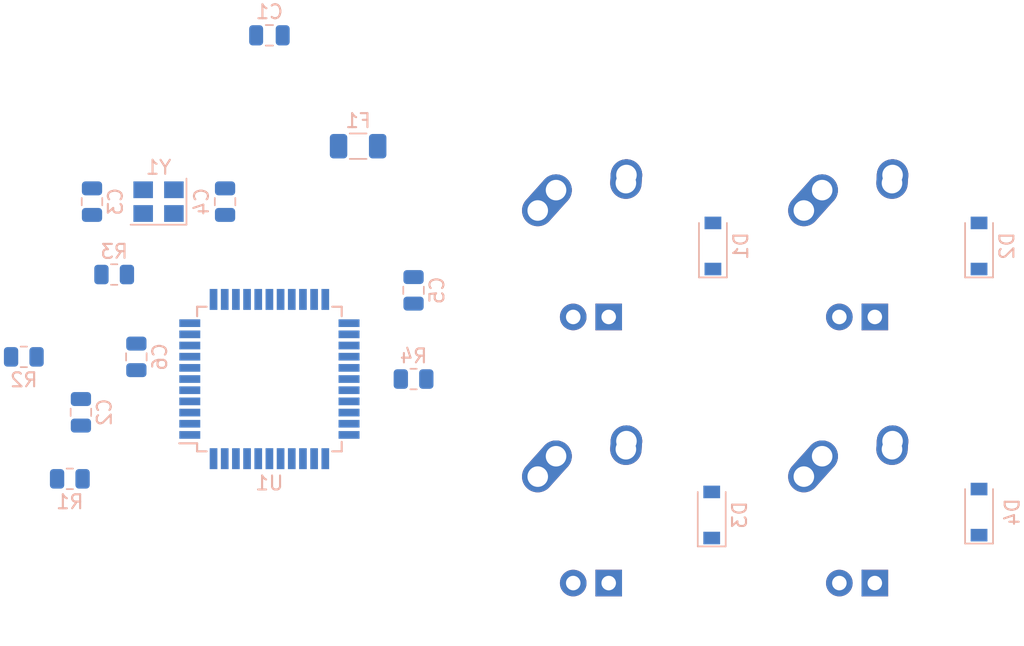
<source format=kicad_pcb>
(kicad_pcb (version 20211014) (generator pcbnew)
  (layers (0 "F.Cu" signal) (31 "B.Cu" signal) (34 "B.Paste" user) (35 "F.Paste" user) (36 "B.SilkS" user "B.Silkscreen") (37 "F.SilkS" user "F.Silkscreen") (38 "B.Mask" user) (39 "F.Mask" user) (44 "Edge.Cuts" user))
  (net 0 "")
  (net 1 "+5V")
  (net 2 "GND")
  (net 3 "Net-(C3-Pad2)")
  (net 4 "Net-(C4-Pad2)")
  (net 5 "Net-(C6-Pad2)")
  (net 6 "ROW0")
  (net 7 "Net-(D1-Pad2)")
  (net 8 "ROW1")
  (net 9 "Net-(D2-Pad2)")
  (net 10 "Net-(D3-Pad2)")
  (net 11 "Net-(D4-Pad2)")
  (net 12 "VCC")
  (net 13 "COL0")
  (net 14 "COL1")
  (net 15 "D+")
  (net 16 "Net-(R1-Pad2)")
  (net 17 "D-")
  (net 18 "Net-(R2-Pad2)")
  (net 19 "Net-(R3-Pad2)")
  (net 20 "Net-(R4-Pad1)")
  (footprint "MX_Alps_Hybrid:MX-1U" (layer "F.Cu") (at 131.7625 88.9)
    (fp_text reference "MX4")
    (fp_text value "MX-NoLED")
    (pad "" np_thru_hole circle locked (at 0 0) (size 3.9878 3.9878) (drill 3.9878) (layers *.Cu *.Mask))
    (pad "" np_thru_hole circle locked (at -5.08 0 48.0996) (size 1.75 1.75) (drill 1.75) (layers *.Cu *.Mask))
    (pad "" np_thru_hole circle locked (at 5.08 0 48.0996) (size 1.75 1.75) (drill 1.75) (layers *.Cu *.Mask))
    (pad "1" thru_hole circle locked (at -2.5 -4) (size 2.25 2.25) (drill 1.47) (layers *.Cu "B.Mask") (net 14 "COL1"))
    (pad "1" thru_hole oval locked (at -3.81 -2.54 48.0996) (size 4.211556 2.25) (drill 1.47 (offset 0.980778 0)) (layers *.Cu "B.Mask") (net 14 "COL1"))
    (pad "2" thru_hole circle locked (at 2.54 -5.08) (size 2.25 2.25) (drill 1.47) (layers *.Cu "B.Mask") (net 11 "Net-(D4-Pad2)"))
    (pad "2" thru_hole oval locked (at 2.5 -4.5 86.0548) (size 2.831378 2.25) (drill 1.47 (offset 0.290689 0)) (layers *.Cu "B.Mask") (net 11 "Net-(D4-Pad2)"))
    (pad "3" thru_hole circle locked (at -1.27 5.08) (size 1.905 1.905) (drill 1.04) (layers *.Cu "B.Mask"))
    (pad "4" thru_hole rect locked (at 1.27 5.08) (size 1.905 1.905) (drill 1.04) (layers *.Cu "B.Mask"))
  )
  (footprint "MX_Alps_Hybrid:MX-1U" (layer "F.Cu") (at 112.7125 69.85)
    (fp_text reference "MX1")
    (fp_text value "MX-NoLED")
    (pad "" np_thru_hole circle locked (at -5.08 0 48.0996) (size 1.75 1.75) (drill 1.75) (layers *.Cu *.Mask))
    (pad "" np_thru_hole circle locked (at 5.08 0 48.0996) (size 1.75 1.75) (drill 1.75) (layers *.Cu *.Mask))
    (pad "" np_thru_hole circle locked (at 0 0) (size 3.9878 3.9878) (drill 3.9878) (layers *.Cu *.Mask))
    (pad "1" thru_hole oval locked (at -3.81 -2.54 48.0996) (size 4.211556 2.25) (drill 1.47 (offset 0.980778 0)) (layers *.Cu "B.Mask") (net 13 "COL0"))
    (pad "1" thru_hole circle locked (at -2.5 -4) (size 2.25 2.25) (drill 1.47) (layers *.Cu "B.Mask") (net 13 "COL0"))
    (pad "2" thru_hole circle locked (at 2.54 -5.08) (size 2.25 2.25) (drill 1.47) (layers *.Cu "B.Mask") (net 7 "Net-(D1-Pad2)"))
    (pad "2" thru_hole oval locked (at 2.5 -4.5 86.0548) (size 2.831378 2.25) (drill 1.47 (offset 0.290689 0)) (layers *.Cu "B.Mask") (net 7 "Net-(D1-Pad2)"))
    (pad "3" thru_hole circle locked (at -1.27 5.08) (size 1.905 1.905) (drill 1.04) (layers *.Cu "B.Mask"))
    (pad "4" thru_hole rect locked (at 1.27 5.08) (size 1.905 1.905) (drill 1.04) (layers *.Cu "B.Mask"))
  )
  (footprint "MX_Alps_Hybrid:MX-1U" (layer "F.Cu") (at 131.7625 69.85)
    (fp_text reference "MX2")
    (fp_text value "MX-NoLED")
    (pad "" np_thru_hole circle locked (at 0 0) (size 3.9878 3.9878) (drill 3.9878) (layers *.Cu *.Mask))
    (pad "" np_thru_hole circle locked (at 5.08 0 48.0996) (size 1.75 1.75) (drill 1.75) (layers *.Cu *.Mask))
    (pad "" np_thru_hole circle locked (at -5.08 0 48.0996) (size 1.75 1.75) (drill 1.75) (layers *.Cu *.Mask))
    (pad "1" thru_hole circle locked (at -2.5 -4) (size 2.25 2.25) (drill 1.47) (layers *.Cu "B.Mask") (net 13 "COL0"))
    (pad "1" thru_hole oval locked (at -3.81 -2.54 48.0996) (size 4.211556 2.25) (drill 1.47 (offset 0.980778 0)) (layers *.Cu "B.Mask") (net 13 "COL0"))
    (pad "2" thru_hole circle locked (at 2.54 -5.08) (size 2.25 2.25) (drill 1.47) (layers *.Cu "B.Mask") (net 9 "Net-(D2-Pad2)"))
    (pad "2" thru_hole oval locked (at 2.5 -4.5 86.0548) (size 2.831378 2.25) (drill 1.47 (offset 0.290689 0)) (layers *.Cu "B.Mask") (net 9 "Net-(D2-Pad2)"))
    (pad "3" thru_hole circle locked (at -1.27 5.08) (size 1.905 1.905) (drill 1.04) (layers *.Cu "B.Mask"))
    (pad "4" thru_hole rect locked (at 1.27 5.08) (size 1.905 1.905) (drill 1.04) (layers *.Cu "B.Mask"))
  )
  (footprint "MX_Alps_Hybrid:MX-1U" (layer "F.Cu") (at 112.7125 88.9)
    (fp_text reference "MX3")
    (fp_text value "MX-NoLED")
    (pad "" np_thru_hole circle locked (at 5.08 0 48.0996) (size 1.75 1.75) (drill 1.75) (layers *.Cu *.Mask))
    (pad "" np_thru_hole circle locked (at 0 0) (size 3.9878 3.9878) (drill 3.9878) (layers *.Cu *.Mask))
    (pad "" np_thru_hole circle locked (at -5.08 0 48.0996) (size 1.75 1.75) (drill 1.75) (layers *.Cu *.Mask))
    (pad "1" thru_hole circle locked (at -2.5 -4) (size 2.25 2.25) (drill 1.47) (layers *.Cu "B.Mask") (net 14 "COL1"))
    (pad "1" thru_hole oval locked (at -3.81 -2.54 48.0996) (size 4.211556 2.25) (drill 1.47 (offset 0.980778 0)) (layers *.Cu "B.Mask") (net 14 "COL1"))
    (pad "2" thru_hole oval locked (at 2.5 -4.5 86.0548) (size 2.831378 2.25) (drill 1.47 (offset 0.290689 0)) (layers *.Cu "B.Mask") (net 10 "Net-(D3-Pad2)"))
    (pad "2" thru_hole circle locked (at 2.54 -5.08) (size 2.25 2.25) (drill 1.47) (layers *.Cu "B.Mask") (net 10 "Net-(D3-Pad2)"))
    (pad "3" thru_hole circle locked (at -1.27 5.08) (size 1.905 1.905) (drill 1.04) (layers *.Cu "B.Mask"))
    (pad "4" thru_hole rect locked (at 1.27 5.08) (size 1.905 1.905) (drill 1.04) (layers *.Cu "B.Mask"))
  )
  (footprint "Resistor_SMD:R_0805_2012Metric" (layer "B.Cu") (at 78.58125 71.89375 180)
    (fp_text reference "R3" (at 0 1.65) (layer "B.SilkS") (effects (justify mirror)))
    (fp_text value "10k")
    (fp_line (start -0.227064 -0.735) (end 0.227064 -0.735) (layer "B.SilkS") (width 0.12))
    (fp_line (start -0.227064 0.735) (end 0.227064 0.735) (layer "B.SilkS") (width 0.12))
    (pad "1" smd roundrect (at -0.9125 0 180) (size 1.025 1.4) (layers "B.Cu" "B.Paste" "B.Mask") (roundrect_rratio 0.243902) (net 1 "+5V"))
    (pad "2" smd roundrect (at 0.9125 0 180) (size 1.025 1.4) (layers "B.Cu" "B.Paste" "B.Mask") (roundrect_rratio 0.243902) (net 19 "Net-(R3-Pad2)"))
  )
  (footprint "Capacitor_SMD:C_0805_2012Metric" (layer "B.Cu") (at 76.2 81.75625 90)
    (fp_text reference "C2" (at 0 1.68 90) (layer "B.SilkS") (effects (justify mirror)))
    (fp_text value "0.1uF")
    (fp_line (start -0.261252 0.735) (end 0.261252 0.735) (layer "B.SilkS") (width 0.12))
    (fp_line (start -0.261252 -0.735) (end 0.261252 -0.735) (layer "B.SilkS") (width 0.12))
    (pad "1" smd roundrect (at -0.95 0 90) (size 1 1.45) (layers "B.Cu" "B.Paste" "B.Mask") (net 1 "+5V"))
    (pad "2" smd roundrect (at 0.95 0 90) (size 1 1.45) (layers "B.Cu" "B.Paste" "B.Mask") (net 2 "GND"))
  )
  (footprint "Diode_SMD:D_SOD-123" (layer "B.Cu") (at 121.35625 89.10625 90)
    (fp_text reference "D3" (at 0 2 90) (layer "B.SilkS") (effects (justify mirror)))
    (fp_text value "SOD-123")
    (fp_line (start -2.25 1) (end 1.65 1) (layer "B.SilkS") (width 0.12))
    (fp_line (start -2.25 1) (end -2.25 -1) (layer "B.SilkS") (width 0.12))
    (fp_line (start -2.25 -1) (end 1.65 -1) (layer "B.SilkS") (width 0.12))
    (pad "1" smd rect (at -1.65 0 90) (size 0.9 1.2) (layers "B.Cu" "B.Paste" "B.Mask") (net 6 "ROW0"))
    (pad "2" smd rect (at 1.65 0 90) (size 0.9 1.2) (layers "B.Cu" "B.Paste" "B.Mask") (net 10 "Net-(D3-Pad2)"))
  )
  (footprint "Diode_SMD:D_SOD-123" (layer "B.Cu") (at 121.44375 69.85 90)
    (fp_text reference "D1" (at 0 2 90) (layer "B.SilkS") (effects (justify mirror)))
    (fp_text value "SOD-123")
    (fp_line (start -2.25 1) (end -2.25 -1) (layer "B.SilkS") (width 0.12))
    (fp_line (start -2.25 1) (end 1.65 1) (layer "B.SilkS") (width 0.12))
    (fp_line (start -2.25 -1) (end 1.65 -1) (layer "B.SilkS") (width 0.12))
    (pad "1" smd rect (at -1.65 0 90) (size 0.9 1.2) (layers "B.Cu" "B.Paste" "B.Mask") (net 6 "ROW0"))
    (pad "2" smd rect (at 1.65 0 90) (size 0.9 1.2) (layers "B.Cu" "B.Paste" "B.Mask") (net 7 "Net-(D1-Pad2)"))
  )
  (footprint "Diode_SMD:D_SOD-123" (layer "B.Cu") (at 140.49375 88.9 90)
    (fp_text reference "D4" (at 0 2.38125 90) (layer "B.SilkS") (effects (justify mirror)))
    (fp_text value "SOD-123")
    (fp_line (start -2.25 -1) (end 1.65 -1) (layer "B.SilkS") (width 0.12))
    (fp_line (start -2.25 1) (end 1.65 1) (layer "B.SilkS") (width 0.12))
    (fp_line (start -2.25 1) (end -2.25 -1) (layer "B.SilkS") (width 0.12))
    (pad "1" smd rect (at -1.65 0 90) (size 0.9 1.2) (layers "B.Cu" "B.Paste" "B.Mask") (net 8 "ROW1"))
    (pad "2" smd rect (at 1.65 0 90) (size 0.9 1.2) (layers "B.Cu" "B.Paste" "B.Mask") (net 11 "Net-(D4-Pad2)"))
  )
  (footprint "Capacitor_SMD:C_0805_2012Metric" (layer "B.Cu") (at 89.69375 54.76875 180)
    (fp_text reference "C1" (at 0 1.68) (layer "B.SilkS") (effects (justify mirror)))
    (fp_text value "0.1uF")
    (fp_line (start -0.261252 0.735) (end 0.261252 0.735) (layer "B.SilkS") (width 0.12))
    (fp_line (start -0.261252 -0.735) (end 0.261252 -0.735) (layer "B.SilkS") (width 0.12))
    (pad "1" smd roundrect (at -0.95 0 180) (size 1 1.45) (layers "B.Cu" "B.Paste" "B.Mask") (net 1 "+5V"))
    (pad "2" smd roundrect (at 0.95 0 180) (size 1 1.45) (layers "B.Cu" "B.Paste" "B.Mask") (net 2 "GND"))
  )
  (footprint "Crystal:Crystal_SMD_3225-4Pin_3.2x2.5mm" (layer "B.Cu") (at 81.75625 66.675 180)
    (fp_text reference "Y1" (at 0 2.45) (layer "B.SilkS") (effects (justify mirror)))
    (fp_text value "16MHz")
    (fp_line (start -2 -1.65) (end 2 -1.65) (layer "B.SilkS") (width 0.12))
    (fp_line (start -2 1.65) (end -2 -1.65) (layer "B.SilkS") (width 0.12))
    (pad "1" smd rect (at -1.1 -0.85 180) (size 1.4 1.2) (layers "B.Cu" "B.Paste" "B.Mask") (net 4 "Net-(C4-Pad2)"))
    (pad "2" smd rect (at 1.1 -0.85 180) (size 1.4 1.2) (layers "B.Cu" "B.Paste" "B.Mask") (net 2 "GND"))
    (pad "3" smd rect (at 1.1 0.85 180) (size 1.4 1.2) (layers "B.Cu" "B.Paste" "B.Mask") (net 3 "Net-(C3-Pad2)"))
    (pad "4" smd rect (at -1.1 0.85 180) (size 1.4 1.2) (layers "B.Cu" "B.Paste" "B.Mask") (net 2 "GND"))
  )
  (footprint "Capacitor_SMD:C_0805_2012Metric" (layer "B.Cu") (at 76.99375 66.675 90)
    (fp_text reference "C3" (at 0 1.68 90) (layer "B.SilkS") (effects (justify mirror)))
    (fp_text value "22pF")
    (fp_line (start -0.261252 0.735) (end 0.261252 0.735) (layer "B.SilkS") (width 0.12))
    (fp_line (start -0.261252 -0.735) (end 0.261252 -0.735) (layer "B.SilkS") (width 0.12))
    (pad "1" smd roundrect (at -0.95 0 90) (size 1 1.45) (layers "B.Cu" "B.Paste" "B.Mask") (net 2 "GND"))
    (pad "2" smd roundrect (at 0.95 0 90) (size 1 1.45) (layers "B.Cu" "B.Paste" "B.Mask") (net 3 "Net-(C3-Pad2)"))
  )
  (footprint "Resistor_SMD:R_0805_2012Metric" (layer "B.Cu") (at 75.40625 86.51875)
    (fp_text reference "R1" (at 0 1.65) (layer "B.SilkS") (effects (justify mirror)))
    (fp_text value "22")
    (fp_line (start -0.227064 0.735) (end 0.227064 0.735) (layer "B.SilkS") (width 0.12))
    (fp_line (start -0.227064 -0.735) (end 0.227064 -0.735) (layer "B.SilkS") (width 0.12))
    (pad "1" smd roundrect (at -0.9125 0) (size 1.025 1.4) (layers "B.Cu" "B.Paste" "B.Mask") (roundrect_rratio 0.243902) (net 15 "D+"))
    (pad "2" smd roundrect (at 0.9125 0) (size 1.025 1.4) (layers "B.Cu" "B.Paste" "B.Mask") (roundrect_rratio 0.243902) (net 16 "Net-(R1-Pad2)"))
  )
  (footprint "Fuse:Fuse_1206_3216Metric" (layer "B.Cu") (at 96.04375 62.70625 180)
    (fp_text reference "F1" (at 0 1.82) (layer "B.SilkS") (effects (justify mirror)))
    (fp_text value "500mA")
    (fp_line (start -0.602064 -0.91) (end 0.602064 -0.91) (layer "B.SilkS") (width 0.12))
    (fp_line (start -0.602064 0.91) (end 0.602064 0.91) (layer "B.SilkS") (width 0.12))
    (pad "1" smd roundrect (at -1.4 0 180) (size 1.25 1.75) (layers "B.Cu" "B.Paste" "B.Mask") (roundrect_rratio 0.2) (net 12 "VCC"))
    (pad "2" smd roundrect (at 1.4 0 180) (size 1.25 1.75) (layers "B.Cu" "B.Paste" "B.Mask") (roundrect_rratio 0.2) (net 1 "+5V"))
  )
  (footprint "Package_QFP:TQFP-44_10x10mm_P0.8mm" (layer "B.Cu") (at 89.69375 79.375)
    (fp_text reference "U1" (at 0 7.45) (layer "B.SilkS") (effects (justify mirror)))
    (fp_text value "ATmega32U4-A")
    (fp_line (start 5.175 -5.175) (end 5.175 -4.5) (layer "B.SilkS") (width 0.15))
    (fp_line (start 5.175 5.175) (end 4.5 5.175) (layer "B.SilkS") (width 0.15))
    (fp_line (start 5.175 5.175) (end 5.175 4.5) (layer "B.SilkS") (width 0.15))
    (fp_line (start -5.175 4.6) (end -6.45 4.6) (layer "B.SilkS") (width 0.15))
    (fp_line (start -5.175 5.175) (end -4.5 5.175) (layer "B.SilkS") (width 0.15))
    (fp_line (start -5.175 5.175) (end -5.175 4.6) (layer "B.SilkS") (width 0.15))
    (fp_line (start 5.175 -5.175) (end 4.5 -5.175) (layer "B.SilkS") (width 0.15))
    (fp_line (start -5.175 -5.175) (end -4.5 -5.175) (layer "B.SilkS") (width 0.15))
    (fp_line (start -5.175 -5.175) (end -5.175 -4.5) (layer "B.SilkS") (width 0.15))
    (pad "1" smd rect (at -5.7 4) (size 1.5 0.55) (layers "B.Cu" "B.Paste" "B.Mask"))
    (pad "2" smd rect (at -5.7 3.2) (size 1.5 0.55) (layers "B.Cu" "B.Paste" "B.Mask") (net 1 "+5V"))
    (pad "3" smd rect (at -5.7 2.4) (size 1.5 0.55) (layers "B.Cu" "B.Paste" "B.Mask") (net 18 "Net-(R2-Pad2)"))
    (pad "4" smd rect (at -5.7 1.6) (size 1.5 0.55) (layers "B.Cu" "B.Paste" "B.Mask") (net 16 "Net-(R1-Pad2)"))
    (pad "5" smd rect (at -5.7 0.8) (size 1.5 0.55) (layers "B.Cu" "B.Paste" "B.Mask") (net 2 "GND"))
    (pad "6" smd rect (at -5.7 0) (size 1.5 0.55) (layers "B.Cu" "B.Paste" "B.Mask") (net 5 "Net-(C6-Pad2)"))
    (pad "7" smd rect (at -5.7 -0.8) (size 1.5 0.55) (layers "B.Cu" "B.Paste" "B.Mask") (net 1 "+5V"))
    (pad "8" smd rect (at -5.7 -1.6) (size 1.5 0.55) (layers "B.Cu" "B.Paste" "B.Mask"))
    (pad "9" smd rect (at -5.7 -2.4) (size 1.5 0.55) (layers "B.Cu" "B.Paste" "B.Mask"))
    (pad "10" smd rect (at -5.7 -3.2) (size 1.5 0.55) (layers "B.Cu" "B.Paste" "B.Mask"))
    (pad "11" smd rect (at -5.7 -4) (size 1.5 0.55) (layers "B.Cu" "B.Paste" "B.Mask"))
    (pad "12" smd rect (at -4 -5.7 270) (size 1.5 0.55) (layers "B.Cu" "B.Paste" "B.Mask"))
    (pad "13" smd rect (at -3.2 -5.7 270) (size 1.5 0.55) (layers "B.Cu" "B.Paste" "B.Mask") (net 19 "Net-(R3-Pad2)"))
    (pad "14" smd rect (at -2.4 -5.7 270) (size 1.5 0.55) (layers "B.Cu" "B.Paste" "B.Mask") (net 1 "+5V"))
    (pad "15" smd rect (at -1.6 -5.7 270) (size 1.5 0.55) (layers "B.Cu" "B.Paste" "B.Mask") (net 2 "GND"))
    (pad "16" smd rect (at -0.8 -5.7 270) (size 1.5 0.55) (layers "B.Cu" "B.Paste" "B.Mask") (net 4 "Net-(C4-Pad2)"))
    (pad "17" smd rect (at 0 -5.7 270) (size 1.5 0.55) (layers "B.Cu" "B.Paste" "B.Mask") (net 3 "Net-(C3-Pad2)"))
    (pad "18" smd rect (at 0.8 -5.7 270) (size 1.5 0.55) (layers "B.Cu" "B.Paste" "B.Mask"))
    (pad "19" smd rect (at 1.6 -5.7 270) (size 1.5 0.55) (layers "B.Cu" "B.Paste" "B.Mask"))
    (pad "20" smd rect (at 2.4 -5.7 270) (size 1.5 0.55) (layers "B.Cu" "B.Paste" "B.Mask"))
    (pad "21" smd rect (at 3.2 -5.7 270) (size 1.5 0.55) (layers "B.Cu" "B.Paste" "B.Mask"))
    (pad "22" smd rect (at 4 -5.7 270) (size 1.5 0.55) (layers "B.Cu" "B.Paste" "B.Mask"))
    (pad "23" smd rect (at 5.7 -4) (size 1.5 0.55) (layers "B.Cu" "B.Paste" "B.Mask") (net 2 "GND"))
    (pad "24" smd rect (at 5.7 -3.2) (size 1.5 0.55) (layers "B.Cu" "B.Paste" "B.Mask") (net 1 "+5V"))
    (pad "25" smd rect (at 5.7 -2.4) (size 1.5 0.55) (layers "B.Cu" "B.Paste" "B.Mask"))
    (pad "26" smd rect (at 5.7 -1.6) (size 1.5 0.55) (layers "B.Cu" "B.Paste" "B.Mask"))
    (pad "27" smd rect (at 5.7 -0.8) (size 1.5 0.55) (layers "B.Cu" "B.Paste" "B.Mask"))
    (pad "28" smd rect (at 5.7 0) (size 1.5 0.55) (layers "B.Cu" "B.Paste" "B.Mask"))
    (pad "29" smd rect (at 5.7 0.8) (size 1.5 0.55) (layers "B.Cu" "B.Paste" "B.Mask"))
    (pad "30" smd rect (at 5.7 1.6) (size 1.5 0.55) (layers "B.Cu" "B.Paste" "B.Mask"))
    (pad "31" smd rect (at 5.7 2.4) (size 1.5 0.55) (layers "B.Cu" "B.Paste" "B.Mask"))
    (pad "32" smd rect (at 5.7 3.2) (size 1.5 0.55) (layers "B.Cu" "B.Paste" "B.Mask"))
    (pad "33" smd rect (at 5.7 4) (size 1.5 0.55) (layers "B.Cu" "B.Paste" "B.Mask") (net 20 "Net-(R4-Pad1)"))
    (pad "34" smd rect (at 4 5.7 270) (size 1.5 0.55) (layers "B.Cu" "B.Paste" "B.Mask") (net 1 "+5V"))
    (pad "35" smd rect (at 3.2 5.7 270) (size 1.5 0.55) (layers "B.Cu" "B.Paste" "B.Mask") (net 2 "GND"))
    (pad "36" smd rect (at 2.4 5.7 270) (size 1.5 0.55) (layers "B.Cu" "B.Paste" "B.Mask"))
    (pad "37" smd rect (at 1.6 5.7 270) (size 1.5 0.55) (layers "B.Cu" "B.Paste" "B.Mask"))
    (pad "38" smd rect (at 0.8 5.7 270) (size 1.5 0.55) (layers "B.Cu" "B.Paste" "B.Mask"))
    (pad "39" smd rect (at 0 5.7 270) (size 1.5 0.55) (layers "B.Cu" "B.Paste" "B.Mask"))
    (pad "40" smd rect (at -0.8 5.7 270) (size 1.5 0.55) (layers "B.Cu" "B.Paste" "B.Mask"))
    (pad "41" smd rect (at -1.6 5.7 270) (size 1.5 0.55) (layers "B.Cu" "B.Paste" "B.Mask"))
    (pad "42" smd rect (at -2.4 5.7 270) (size 1.5 0.55) (layers "B.Cu" "B.Paste" "B.Mask"))
    (pad "43" smd rect (at -3.2 5.7 270) (size 1.5 0.55) (layers "B.Cu" "B.Paste" "B.Mask") (net 2 "GND"))
    (pad "44" smd rect (at -4 5.7 270) (size 1.5 0.55) (layers "B.Cu" "B.Paste" "B.Mask") (net 1 "+5V"))
  )
  (footprint "Capacitor_SMD:C_0805_2012Metric" (layer "B.Cu") (at 100.0125 73.025 90)
    (fp_text reference "C5" (at 0 1.68 90) (layer "B.SilkS") (effects (justify mirror)))
    (fp_text value "0.1uF")
    (fp_line (start -0.261252 0.735) (end 0.261252 0.735) (layer "B.SilkS") (width 0.12))
    (fp_line (start -0.261252 -0.735) (end 0.261252 -0.735) (layer "B.SilkS") (width 0.12))
    (pad "1" smd roundrect (at -0.95 0 90) (size 1 1.45) (layers "B.Cu" "B.Paste" "B.Mask") (net 1 "+5V"))
    (pad "2" smd roundrect (at 0.95 0 90) (size 1 1.45) (layers "B.Cu" "B.Paste" "B.Mask") (net 2 "GND"))
  )
  (footprint "Resistor_SMD:R_0805_2012Metric" (layer "B.Cu") (at 100.0125 79.375 180)
    (fp_text reference "R4" (at 0 1.65) (layer "B.SilkS") (effects (justify mirror)))
    (fp_text value "10k")
    (fp_line (start -0.227064 -0.735) (end 0.227064 -0.735) (layer "B.SilkS") (width 0.12))
    (fp_line (start -0.227064 0.735) (end 0.227064 0.735) (layer "B.SilkS") (width 0.12))
    (pad "1" smd roundrect (at -0.9125 0 180) (size 1.025 1.4) (layers "B.Cu" "B.Paste" "B.Mask") (roundrect_rratio 0.243902) (net 20 "Net-(R4-Pad1)"))
    (pad "2" smd roundrect (at 0.9125 0 180) (size 1.025 1.4) (layers "B.Cu" "B.Paste" "B.Mask") (roundrect_rratio 0.243902) (net 2 "GND"))
  )
  (footprint "Capacitor_SMD:C_0805_2012Metric" (layer "B.Cu") (at 80.16875 77.7875 90)
    (fp_text reference "C6" (at 0 1.68 90) (layer "B.SilkS") (effects (justify mirror)))
    (fp_text value "1uF")
    (fp_line (start -0.261252 -0.735) (end 0.261252 -0.735) (layer "B.SilkS") (width 0.12))
    (fp_line (start -0.261252 0.735) (end 0.261252 0.735) (layer "B.SilkS") (width 0.12))
    (pad "1" smd roundrect (at -0.95 0 90) (size 1 1.45) (layers "B.Cu" "B.Paste" "B.Mask") (net 2 "GND"))
    (pad "2" smd roundrect (at 0.95 0 90) (size 1 1.45) (layers "B.Cu" "B.Paste" "B.Mask") (net 5 "Net-(C6-Pad2)"))
  )
  (footprint "Diode_SMD:D_SOD-123" (layer "B.Cu") (at 140.49375 69.85 90)
    (fp_text reference "D2" (at 0 2 90) (layer "B.SilkS") (effects (justify mirror)))
    (fp_text value "SOD-123")
    (fp_line (start -2.25 1) (end 1.65 1) (layer "B.SilkS") (width 0.12))
    (fp_line (start -2.25 1) (end -2.25 -1) (layer "B.SilkS") (width 0.12))
    (fp_line (start -2.25 -1) (end 1.65 -1) (layer "B.SilkS") (width 0.12))
    (pad "1" smd rect (at -1.65 0 90) (size 0.9 1.2) (layers "B.Cu" "B.Paste" "B.Mask") (net 8 "ROW1"))
    (pad "2" smd rect (at 1.65 0 90) (size 0.9 1.2) (layers "B.Cu" "B.Paste" "B.Mask") (net 9 "Net-(D2-Pad2)"))
  )
  (footprint "Capacitor_SMD:C_0805_2012Metric" (layer "B.Cu") (at 86.51875 66.675 -90)
    (fp_text reference "C4" (at 0 1.68 90) (layer "B.SilkS") (effects (justify mirror)))
    (fp_text value "22pF")
    (fp_line (start -0.261252 -0.735) (end 0.261252 -0.735) (layer "B.SilkS") (width 0.12))
    (fp_line (start -0.261252 0.735) (end 0.261252 0.735) (layer "B.SilkS") (width 0.12))
    (pad "1" smd roundrect (at -0.95 0 270) (size 1 1.45) (layers "B.Cu" "B.Paste" "B.Mask") (net 2 "GND"))
    (pad "2" smd roundrect (at 0.95 0 270) (size 1 1.45) (layers "B.Cu" "B.Paste" "B.Mask") (net 4 "Net-(C4-Pad2)"))
  )
  (footprint "Resistor_SMD:R_0805_2012Metric" (layer "B.Cu") (at 72.1125 77.7875)
    (fp_text reference "R2" (at 0 1.65) (layer "B.SilkS") (effects (justify mirror)))
    (fp_text value "22")
    (fp_line (start -0.227064 0.735) (end 0.227064 0.735) (layer "B.SilkS") (width 0.12))
    (fp_line (start -0.227064 -0.735) (end 0.227064 -0.735) (layer "B.SilkS") (width 0.12))
    (pad "1" smd roundrect (at -0.9125 0) (size 1.025 1.4) (layers "B.Cu" "B.Paste" "B.Mask") (roundrect_rratio 0.243902) (net 17 "D-"))
    (pad "2" smd roundrect (at 0.9125 0) (size 1.025 1.4) (layers "B.Cu" "B.Paste" "B.Mask") (roundrect_rratio 0.243902) (net 18 "Net-(R2-Pad2)"))
  )
)
</source>
